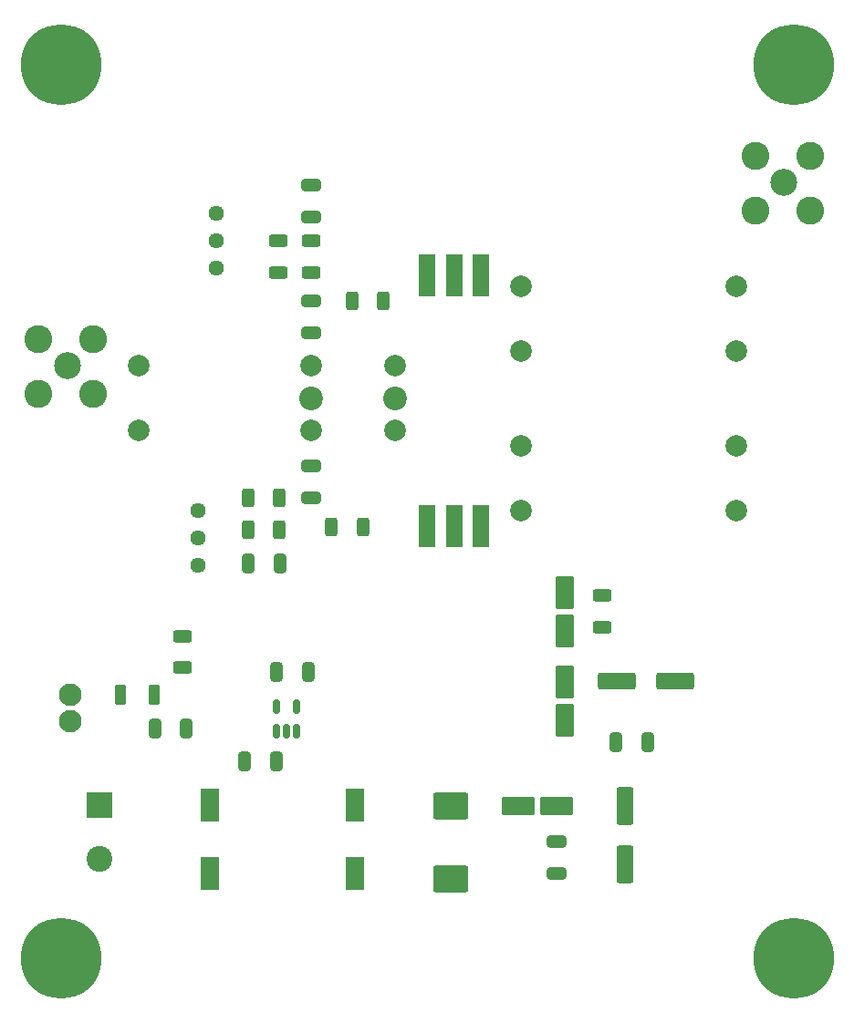
<source format=gbr>
G04 #@! TF.GenerationSoftware,KiCad,Pcbnew,9.0.1*
G04 #@! TF.CreationDate,2025-04-20T18:42:32-04:00*
G04 #@! TF.ProjectId,t41_2_power_amplifier,7434315f-325f-4706-9f77-65725f616d70,rev?*
G04 #@! TF.SameCoordinates,Original*
G04 #@! TF.FileFunction,Soldermask,Top*
G04 #@! TF.FilePolarity,Negative*
%FSLAX46Y46*%
G04 Gerber Fmt 4.6, Leading zero omitted, Abs format (unit mm)*
G04 Created by KiCad (PCBNEW 9.0.1) date 2025-04-20 18:42:32*
%MOMM*%
%LPD*%
G01*
G04 APERTURE LIST*
G04 Aperture macros list*
%AMRoundRect*
0 Rectangle with rounded corners*
0 $1 Rounding radius*
0 $2 $3 $4 $5 $6 $7 $8 $9 X,Y pos of 4 corners*
0 Add a 4 corners polygon primitive as box body*
4,1,4,$2,$3,$4,$5,$6,$7,$8,$9,$2,$3,0*
0 Add four circle primitives for the rounded corners*
1,1,$1+$1,$2,$3*
1,1,$1+$1,$4,$5*
1,1,$1+$1,$6,$7*
1,1,$1+$1,$8,$9*
0 Add four rect primitives between the rounded corners*
20,1,$1+$1,$2,$3,$4,$5,0*
20,1,$1+$1,$4,$5,$6,$7,0*
20,1,$1+$1,$6,$7,$8,$9,0*
20,1,$1+$1,$8,$9,$2,$3,0*%
G04 Aperture macros list end*
%ADD10RoundRect,0.250000X0.625000X-0.312500X0.625000X0.312500X-0.625000X0.312500X-0.625000X-0.312500X0*%
%ADD11RoundRect,0.150000X0.150000X-0.512500X0.150000X0.512500X-0.150000X0.512500X-0.150000X-0.512500X0*%
%ADD12RoundRect,0.250000X0.325000X0.650000X-0.325000X0.650000X-0.325000X-0.650000X0.325000X-0.650000X0*%
%ADD13RoundRect,0.250000X-1.500000X-0.550000X1.500000X-0.550000X1.500000X0.550000X-1.500000X0.550000X0*%
%ADD14C,1.440000*%
%ADD15RoundRect,0.250000X-0.650000X0.325000X-0.650000X-0.325000X0.650000X-0.325000X0.650000X0.325000X0*%
%ADD16C,2.000000*%
%ADD17C,2.200000*%
%ADD18RoundRect,0.250000X-0.325000X-0.650000X0.325000X-0.650000X0.325000X0.650000X-0.325000X0.650000X0*%
%ADD19RoundRect,0.250000X-0.312500X-0.625000X0.312500X-0.625000X0.312500X0.625000X-0.312500X0.625000X0*%
%ADD20RoundRect,0.250000X0.650000X-0.325000X0.650000X0.325000X-0.650000X0.325000X-0.650000X-0.325000X0*%
%ADD21RoundRect,0.250000X-1.400000X-1.000000X1.400000X-1.000000X1.400000X1.000000X-1.400000X1.000000X0*%
%ADD22RoundRect,0.102000X-0.785000X-1.410000X0.785000X-1.410000X0.785000X1.410000X-0.785000X1.410000X0*%
%ADD23RoundRect,0.250000X-0.550000X1.500000X-0.550000X-1.500000X0.550000X-1.500000X0.550000X1.500000X0*%
%ADD24R,1.524000X3.900000*%
%ADD25C,7.500000*%
%ADD26RoundRect,0.102000X0.735000X-1.385000X0.735000X1.385000X-0.735000X1.385000X-0.735000X-1.385000X0*%
%ADD27C,2.600000*%
%ADD28C,2.500000*%
%ADD29RoundRect,0.102000X-1.385000X-0.735000X1.385000X-0.735000X1.385000X0.735000X-1.385000X0.735000X0*%
%ADD30R,2.400000X2.400000*%
%ADD31C,2.400000*%
%ADD32C,2.100000*%
%ADD33RoundRect,0.250000X-0.275000X-0.700000X0.275000X-0.700000X0.275000X0.700000X-0.275000X0.700000X0*%
%ADD34RoundRect,0.250000X-0.625000X0.312500X-0.625000X-0.312500X0.625000X-0.312500X0.625000X0.312500X0*%
G04 APERTURE END LIST*
D10*
X170200000Y-111262500D03*
X170200000Y-108337500D03*
D11*
X140000000Y-120925000D03*
X140950000Y-120925000D03*
X141900000Y-120925000D03*
X141900000Y-118650000D03*
X140000000Y-118650000D03*
D12*
X140000000Y-123700000D03*
X137050000Y-123700000D03*
D13*
X171600000Y-116300000D03*
X177000000Y-116300000D03*
D14*
X134450000Y-77900000D03*
X134450000Y-75360000D03*
X134450000Y-72820000D03*
D10*
X143200000Y-78325000D03*
X143200000Y-75400000D03*
D15*
X143200000Y-70200000D03*
X143200000Y-73150000D03*
D16*
X127200000Y-87000000D03*
X127200000Y-93000000D03*
X143200000Y-93000000D03*
D17*
X143200000Y-90000000D03*
D16*
X143200000Y-87000000D03*
D18*
X140000000Y-115400000D03*
X142950000Y-115400000D03*
D19*
X137375000Y-102250000D03*
X140300000Y-102250000D03*
D20*
X143200000Y-99250000D03*
X143200000Y-96300000D03*
D21*
X156150000Y-127850000D03*
X156150000Y-134650000D03*
D22*
X133870000Y-127800000D03*
X133870000Y-134120000D03*
X147330000Y-127800000D03*
X147330000Y-134120000D03*
D18*
X137375000Y-105350000D03*
X140325000Y-105350000D03*
D23*
X172400000Y-127850000D03*
X172400000Y-133250000D03*
D24*
X154000000Y-78621500D03*
X156500000Y-78621500D03*
X159000000Y-78621500D03*
D25*
X188000000Y-59000000D03*
D16*
X162700000Y-94400000D03*
X162700000Y-100400000D03*
X182700000Y-100400000D03*
X182700000Y-94400000D03*
D14*
X132700000Y-105550000D03*
X132700000Y-103010000D03*
X132700000Y-100470000D03*
D26*
X166800000Y-111640000D03*
X166800000Y-108060000D03*
D12*
X131675000Y-120700000D03*
X128725000Y-120700000D03*
D16*
X162700000Y-79600000D03*
X162700000Y-85600000D03*
X182700000Y-85600000D03*
X182700000Y-79600000D03*
D25*
X120000000Y-59000000D03*
X188000000Y-142000000D03*
D18*
X171550000Y-121900000D03*
X174500000Y-121900000D03*
D27*
X184460000Y-67460000D03*
X184460000Y-72540000D03*
X189540000Y-67460000D03*
X189540000Y-72540000D03*
D28*
X187100000Y-69925000D03*
D19*
X147025000Y-80950000D03*
X149950000Y-80950000D03*
D24*
X159000000Y-101837500D03*
X156500000Y-101837500D03*
X154000000Y-101837500D03*
D29*
X162420000Y-127850000D03*
X166000000Y-127850000D03*
D30*
X123600000Y-127800000D03*
D31*
X123600000Y-132800000D03*
D27*
X117950000Y-84500000D03*
X117950000Y-89580000D03*
X123030000Y-84500000D03*
X123030000Y-89580000D03*
D28*
X120590000Y-86965000D03*
D32*
X120900000Y-117500000D03*
X120900000Y-120000000D03*
D33*
X125550000Y-117500000D03*
X128700000Y-117500000D03*
D26*
X166800000Y-119890000D03*
X166800000Y-116310000D03*
D19*
X137375000Y-99250000D03*
X140300000Y-99250000D03*
D25*
X120000000Y-142000000D03*
D15*
X166000000Y-131150000D03*
X166000000Y-134100000D03*
X143200000Y-80950000D03*
X143200000Y-83900000D03*
D34*
X131300000Y-112075000D03*
X131300000Y-115000000D03*
D10*
X140150000Y-78325000D03*
X140150000Y-75400000D03*
D16*
X151000000Y-87000000D03*
D17*
X151000000Y-90000000D03*
D16*
X151000000Y-93000000D03*
D19*
X145137500Y-101950000D03*
X148062500Y-101950000D03*
M02*

</source>
